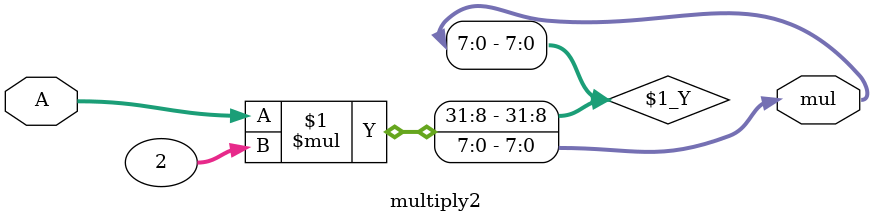
<source format=v>
module multiply2(A,mul);
	
	input [7:4]A;
	output [7:0]mul;
	
	assign mul[7:0] = A[7:4] * 2;
	
endmodule
</source>
